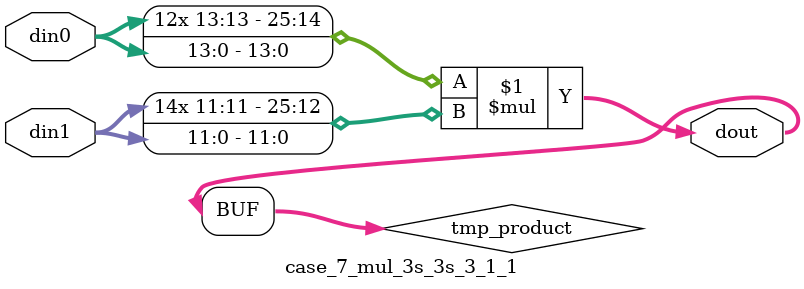
<source format=v>

`timescale 1 ns / 1 ps

 module case_7_mul_3s_3s_3_1_1(din0, din1, dout);
parameter ID = 1;
parameter NUM_STAGE = 0;
parameter din0_WIDTH = 14;
parameter din1_WIDTH = 12;
parameter dout_WIDTH = 26;

input [din0_WIDTH - 1 : 0] din0; 
input [din1_WIDTH - 1 : 0] din1; 
output [dout_WIDTH - 1 : 0] dout;

wire signed [dout_WIDTH - 1 : 0] tmp_product;



























assign tmp_product = $signed(din0) * $signed(din1);








assign dout = tmp_product;





















endmodule

</source>
